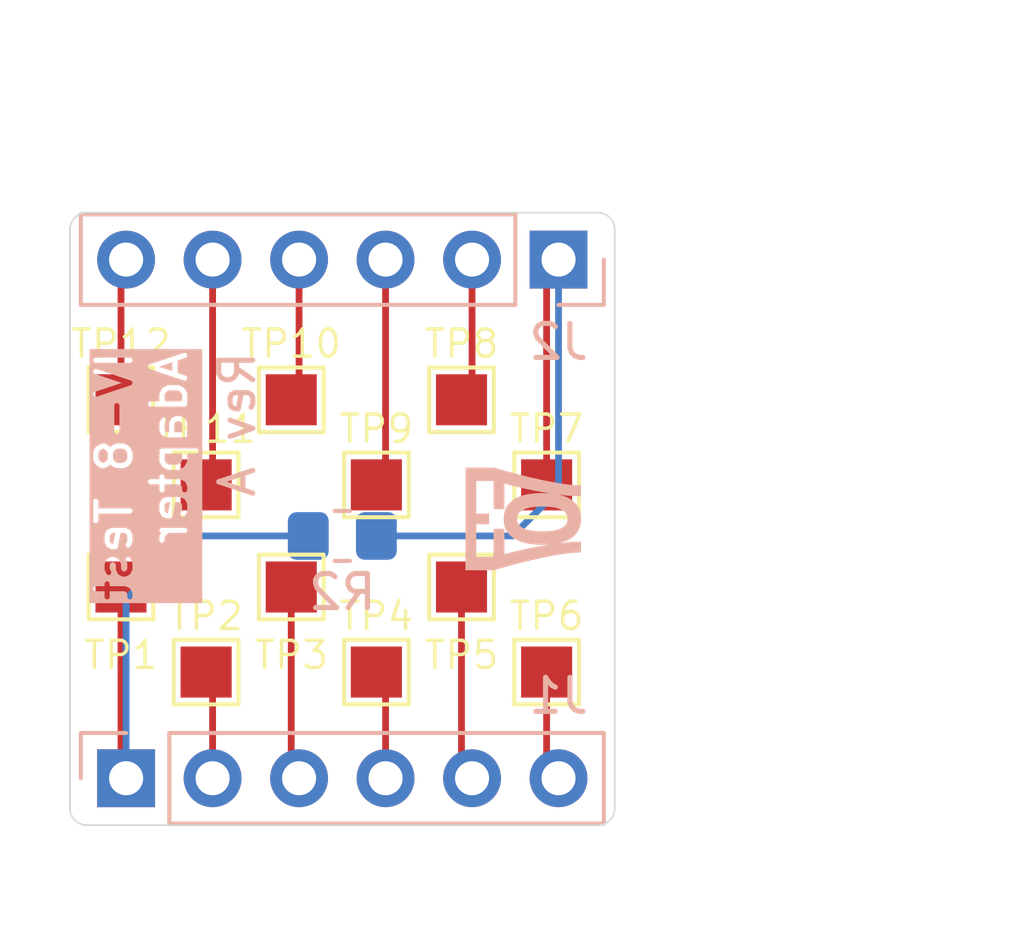
<source format=kicad_pcb>
(kicad_pcb (version 20240108) (generator "pcbnew") (generator_version "8.0")
  (layers (0 "F.Cu" signal) (31 "B.Cu" signal) (34 "B.Paste" user) (35 "F.Paste" user) (36 "B.SilkS" user "B.Silkscreen") (37 "F.SilkS" user "F.Silkscreen") (38 "B.Mask" user) (39 "F.Mask" user) (44 "Edge.Cuts" user))
  (net 0 "")
  (net 1 "Net-(J2-Pin_6)")
  (net 2 "Net-(J2-Pin_4)")
  (net 3 "Net-(J1-Pin_5)")
  (net 4 "Net-(J1-Pin_4)")
  (net 5 "Net-(J2-Pin_2)")
  (net 6 "Net-(J1-Pin_6)")
  (net 7 "Net-(J1-Pin_3)")
  (net 8 "Net-(J1-Pin_2)")
  (net 9 "Net-(J2-Pin_5)")
  (net 10 "Net-(J1-Pin_1)")
  (net 11 "Net-(J2-Pin_3)")
  (net 12 "Net-(J2-Pin_1)")
  (footprint "TestPoint:TestPoint_Pad_1.5x1.5mm" (layer "F.Cu") (at 143.25 92.75)
    (property "Reference" "TP4" (at 0 -1.648 0) (layer "F.SilkS") (effects (font (size 0.8 0.8) (thickness 0.1))))
    (property "Value" "TestPoint")
    (fp_line (start -0.95 -0.95) (end 0.95 -0.95) (stroke (width 0.12)) (layer "F.SilkS"))
    (fp_line (start -0.95 0.95) (end -0.95 -0.95) (stroke (width 0.12)) (layer "F.SilkS"))
    (fp_line (start 0.95 -0.95) (end 0.95 0.95) (stroke (width 0.12)) (layer "F.SilkS"))
    (fp_line (start 0.95 0.95) (end -0.95 0.95) (stroke (width 0.12)) (layer "F.SilkS"))
    (pad "1" smd rect (at 0 0) (size 1.5 1.5) (layers "F.Cu" "F.Mask") (net 4 "Net-(J1-Pin_4)"))
  )
  (footprint "TestPoint:TestPoint_Pad_1.5x1.5mm" (layer "F.Cu") (at 140.75 90.25)
    (property "Reference" "TP3" (at 0 2 0) (layer "F.SilkS") (effects (font (size 0.8 0.8) (thickness 0.1))))
    (property "Value" "TestPoint")
    (fp_line (start -0.95 -0.95) (end 0.95 -0.95) (stroke (width 0.12)) (layer "F.SilkS"))
    (fp_line (start -0.95 0.95) (end -0.95 -0.95) (stroke (width 0.12)) (layer "F.SilkS"))
    (fp_line (start 0.95 -0.95) (end 0.95 0.95) (stroke (width 0.12)) (layer "F.SilkS"))
    (fp_line (start 0.95 0.95) (end -0.95 0.95) (stroke (width 0.12)) (layer "F.SilkS"))
    (pad "1" smd rect (at 0 0) (size 1.5 1.5) (layers "F.Cu" "F.Mask") (net 7 "Net-(J1-Pin_3)"))
  )
  (footprint "TestPoint:TestPoint_Pad_1.5x1.5mm" (layer "F.Cu") (at 138.25 92.75)
    (property "Reference" "TP2" (at 0 -1.648 0) (layer "F.SilkS") (effects (font (size 0.8 0.8) (thickness 0.1))))
    (property "Value" "TestPoint")
    (fp_line (start -0.95 -0.95) (end 0.95 -0.95) (stroke (width 0.12)) (layer "F.SilkS"))
    (fp_line (start -0.95 0.95) (end -0.95 -0.95) (stroke (width 0.12)) (layer "F.SilkS"))
    (fp_line (start 0.95 -0.95) (end 0.95 0.95) (stroke (width 0.12)) (layer "F.SilkS"))
    (fp_line (start 0.95 0.95) (end -0.95 0.95) (stroke (width 0.12)) (layer "F.SilkS"))
    (pad "1" smd rect (at 0 0) (size 1.5 1.5) (layers "F.Cu" "F.Mask") (net 8 "Net-(J1-Pin_2)"))
  )
  (footprint "TestPoint:TestPoint_Pad_1.5x1.5mm" (layer "F.Cu") (at 145.75 90.25)
    (property "Reference" "TP5" (at 0 2 0) (layer "F.SilkS") (effects (font (size 0.8 0.8) (thickness 0.1))))
    (property "Value" "TestPoint")
    (fp_line (start -0.95 -0.95) (end 0.95 -0.95) (stroke (width 0.12)) (layer "F.SilkS"))
    (fp_line (start -0.95 0.95) (end -0.95 -0.95) (stroke (width 0.12)) (layer "F.SilkS"))
    (fp_line (start 0.95 -0.95) (end 0.95 0.95) (stroke (width 0.12)) (layer "F.SilkS"))
    (fp_line (start 0.95 0.95) (end -0.95 0.95) (stroke (width 0.12)) (layer "F.SilkS"))
    (pad "1" smd rect (at 0 0) (size 1.5 1.5) (layers "F.Cu" "F.Mask") (net 3 "Net-(J1-Pin_5)"))
  )
  (footprint "TestPoint:TestPoint_Pad_1.5x1.5mm" (layer "F.Cu") (at 135.75 84.75)
    (property "Reference" "TP12" (at 0 -1.648 0) (layer "F.SilkS") (effects (font (size 0.8 0.8) (thickness 0.1))))
    (property "Value" "TestPoint")
    (fp_line (start -0.95 -0.95) (end 0.95 -0.95) (stroke (width 0.12)) (layer "F.SilkS"))
    (fp_line (start -0.95 0.95) (end -0.95 -0.95) (stroke (width 0.12)) (layer "F.SilkS"))
    (fp_line (start 0.95 -0.95) (end 0.95 0.95) (stroke (width 0.12)) (layer "F.SilkS"))
    (fp_line (start 0.95 0.95) (end -0.95 0.95) (stroke (width 0.12)) (layer "F.SilkS"))
    (pad "1" smd rect (at 0 0) (size 1.5 1.5) (layers "F.Cu" "F.Mask") (net 1 "Net-(J2-Pin_6)"))
  )
  (footprint "TestPoint:TestPoint_Pad_1.5x1.5mm" (layer "F.Cu") (at 138.25 87.25)
    (property "Reference" "TP11" (at 0 -1.648 0) (layer "F.SilkS") (effects (font (size 0.8 0.8) (thickness 0.1))))
    (property "Value" "TestPoint")
    (fp_line (start -0.95 -0.95) (end 0.95 -0.95) (stroke (width 0.12)) (layer "F.SilkS"))
    (fp_line (start -0.95 0.95) (end -0.95 -0.95) (stroke (width 0.12)) (layer "F.SilkS"))
    (fp_line (start 0.95 -0.95) (end 0.95 0.95) (stroke (width 0.12)) (layer "F.SilkS"))
    (fp_line (start 0.95 0.95) (end -0.95 0.95) (stroke (width 0.12)) (layer "F.SilkS"))
    (pad "1" smd rect (at 0 0) (size 1.5 1.5) (layers "F.Cu" "F.Mask") (net 9 "Net-(J2-Pin_5)"))
  )
  (footprint "TestPoint:TestPoint_Pad_1.5x1.5mm" (layer "F.Cu") (at 145.75 84.75)
    (property "Reference" "TP8" (at 0 -1.648 0) (layer "F.SilkS") (effects (font (size 0.8 0.8) (thickness 0.1))))
    (property "Value" "TestPoint")
    (fp_line (start -0.95 -0.95) (end 0.95 -0.95) (stroke (width 0.12)) (layer "F.SilkS"))
    (fp_line (start -0.95 0.95) (end -0.95 -0.95) (stroke (width 0.12)) (layer "F.SilkS"))
    (fp_line (start 0.95 -0.95) (end 0.95 0.95) (stroke (width 0.12)) (layer "F.SilkS"))
    (fp_line (start 0.95 0.95) (end -0.95 0.95) (stroke (width 0.12)) (layer "F.SilkS"))
    (pad "1" smd rect (at 0 0) (size 1.5 1.5) (layers "F.Cu" "F.Mask") (net 5 "Net-(J2-Pin_2)"))
  )
  (footprint "TestPoint:TestPoint_Pad_1.5x1.5mm" (layer "F.Cu") (at 148.25 92.75)
    (property "Reference" "TP6" (at 0 -1.648 0) (layer "F.SilkS") (effects (font (size 0.8 0.8) (thickness 0.1))))
    (property "Value" "TestPoint")
    (fp_line (start -0.95 -0.95) (end 0.95 -0.95) (stroke (width 0.12)) (layer "F.SilkS"))
    (fp_line (start -0.95 0.95) (end -0.95 -0.95) (stroke (width 0.12)) (layer "F.SilkS"))
    (fp_line (start 0.95 -0.95) (end 0.95 0.95) (stroke (width 0.12)) (layer "F.SilkS"))
    (fp_line (start 0.95 0.95) (end -0.95 0.95) (stroke (width 0.12)) (layer "F.SilkS"))
    (pad "1" smd rect (at 0 0) (size 1.5 1.5) (layers "F.Cu" "F.Mask") (net 6 "Net-(J1-Pin_6)"))
  )
  (footprint "TestPoint:TestPoint_Pad_1.5x1.5mm" (layer "F.Cu") (at 135.75 90.25)
    (property "Reference" "TP1" (at 0 2 0) (layer "F.SilkS") (effects (font (size 0.8 0.8) (thickness 0.1))))
    (property "Value" "TestPoint")
    (fp_line (start -0.95 -0.95) (end 0.95 -0.95) (stroke (width 0.12)) (layer "F.SilkS"))
    (fp_line (start -0.95 0.95) (end -0.95 -0.95) (stroke (width 0.12)) (layer "F.SilkS"))
    (fp_line (start 0.95 -0.95) (end 0.95 0.95) (stroke (width 0.12)) (layer "F.SilkS"))
    (fp_line (start 0.95 0.95) (end -0.95 0.95) (stroke (width 0.12)) (layer "F.SilkS"))
    (pad "1" smd rect (at 0 0) (size 1.5 1.5) (layers "F.Cu" "F.Mask") (net 10 "Net-(J1-Pin_1)"))
  )
  (footprint "TestPoint:TestPoint_Pad_1.5x1.5mm" (layer "F.Cu") (at 140.75 84.75)
    (property "Reference" "TP10" (at 0 -1.648 0) (layer "F.SilkS") (effects (font (size 0.8 0.8) (thickness 0.1))))
    (property "Value" "TestPoint")
    (fp_line (start -0.95 -0.95) (end 0.95 -0.95) (stroke (width 0.12)) (layer "F.SilkS"))
    (fp_line (start -0.95 0.95) (end -0.95 -0.95) (stroke (width 0.12)) (layer "F.SilkS"))
    (fp_line (start 0.95 -0.95) (end 0.95 0.95) (stroke (width 0.12)) (layer "F.SilkS"))
    (fp_line (start 0.95 0.95) (end -0.95 0.95) (stroke (width 0.12)) (layer "F.SilkS"))
    (pad "1" smd rect (at 0 0) (size 1.5 1.5) (layers "F.Cu" "F.Mask") (net 2 "Net-(J2-Pin_4)"))
  )
  (footprint "TestPoint:TestPoint_Pad_1.5x1.5mm" (layer "F.Cu") (at 143.25 87.25)
    (property "Reference" "TP9" (at 0 -1.648 0) (layer "F.SilkS") (effects (font (size 0.8 0.8) (thickness 0.1))))
    (property "Value" "TestPoint")
    (fp_line (start -0.95 -0.95) (end 0.95 -0.95) (stroke (width 0.12)) (layer "F.SilkS"))
    (fp_line (start -0.95 0.95) (end -0.95 -0.95) (stroke (width 0.12)) (layer "F.SilkS"))
    (fp_line (start 0.95 -0.95) (end 0.95 0.95) (stroke (width 0.12)) (layer "F.SilkS"))
    (fp_line (start 0.95 0.95) (end -0.95 0.95) (stroke (width 0.12)) (layer "F.SilkS"))
    (pad "1" smd rect (at 0 0) (size 1.5 1.5) (layers "F.Cu" "F.Mask") (net 11 "Net-(J2-Pin_3)"))
  )
  (footprint "TestPoint:TestPoint_Pad_1.5x1.5mm" (layer "F.Cu") (at 148.25 87.25)
    (property "Reference" "TP7" (at 0 -1.648 0) (layer "F.SilkS") (effects (font (size 0.8 0.8) (thickness 0.1))))
    (property "Value" "TestPoint")
    (fp_line (start -0.95 -0.95) (end 0.95 -0.95) (stroke (width 0.12)) (layer "F.SilkS"))
    (fp_line (start -0.95 0.95) (end -0.95 -0.95) (stroke (width 0.12)) (layer "F.SilkS"))
    (fp_line (start 0.95 -0.95) (end 0.95 0.95) (stroke (width 0.12)) (layer "F.SilkS"))
    (fp_line (start 0.95 0.95) (end -0.95 0.95) (stroke (width 0.12)) (layer "F.SilkS"))
    (pad "1" smd rect (at 0 0) (size 1.5 1.5) (layers "F.Cu" "F.Mask") (net 12 "Net-(J2-Pin_1)"))
  )
  (footprint "Resistor_SMD:R_0805_2012Metric_Pad1.20x1.40mm_HandSolder" (layer "B.Cu") (at 142.25 88.75)
    (property "Reference" "R2" (at 0 1.65 0) (layer "B.SilkS") (effects (justify mirror)))
    (property "Value" "5")
    (fp_line (start 0.227064 -0.735) (end -0.227064 -0.735) (stroke (width 0.12)) (layer "B.SilkS"))
    (fp_line (start 0.227064 0.735) (end -0.227064 0.735) (stroke (width 0.12)) (layer "B.SilkS"))
    (pad "1" smd roundrect (at -1 0) (size 1.2 1.4) (layers "B.Cu" "B.Paste" "B.Mask") (roundrect_rratio 0.208333) (net 10 "Net-(J1-Pin_1)"))
    (pad "2" smd roundrect (at 1 0) (size 1.2 1.4) (layers "B.Cu" "B.Paste" "B.Mask") (roundrect_rratio 0.208333) (net 12 "Net-(J2-Pin_1)"))
  )
  (footprint "Connector_PinHeader_2.54mm:PinHeader_1x06_P2.54mm_Vertical" (layer "B.Cu") (at 148.6 80.63 90)
    (property "Reference" "J2" (at -2.42 0 0) (layer "B.SilkS") (effects (justify mirror)))
    (property "Value" "Conn_01x06")
    (fp_line (start 1.33 -14.03) (end -1.33 -14.03) (stroke (width 0.12)) (layer "B.SilkS"))
    (fp_line (start 1.33 -14.03) (end 1.33 -1.27) (stroke (width 0.12)) (layer "B.SilkS"))
    (fp_line (start -1.33 -14.03) (end -1.33 -1.27) (stroke (width 0.12)) (layer "B.SilkS"))
    (fp_line (start 1.33 -1.27) (end -1.33 -1.27) (stroke (width 0.12)) (layer "B.SilkS"))
    (fp_line (start 0 1.33) (end -1.33 1.33) (stroke (width 0.12)) (layer "B.SilkS"))
    (fp_line (start -1.33 1.33) (end -1.33 0) (stroke (width 0.12)) (layer "B.SilkS"))
    (pad "1" thru_hole rect (at 0 0 90) (size 1.7 1.7) (drill 1) (layers "*.Cu" "*.Mask") (net 12 "Net-(J2-Pin_1)"))
    (pad "2" thru_hole oval (at 0 -2.54 90) (size 1.7 1.7) (drill 1) (layers "*.Cu" "*.Mask") (net 5 "Net-(J2-Pin_2)"))
    (pad "3" thru_hole oval (at 0 -5.08 90) (size 1.7 1.7) (drill 1) (layers "*.Cu" "*.Mask") (net 11 "Net-(J2-Pin_3)"))
    (pad "4" thru_hole oval (at 0 -7.62 90) (size 1.7 1.7) (drill 1) (layers "*.Cu" "*.Mask") (net 2 "Net-(J2-Pin_4)"))
    (pad "5" thru_hole oval (at 0 -10.16 90) (size 1.7 1.7) (drill 1) (layers "*.Cu" "*.Mask") (net 9 "Net-(J2-Pin_5)"))
    (pad "6" thru_hole oval (at 0 -12.7 90) (size 1.7 1.7) (drill 1) (layers "*.Cu" "*.Mask") (net 1 "Net-(J2-Pin_6)"))
  )
  (footprint "Connector_PinHeader_2.54mm:PinHeader_1x06_P2.54mm_Vertical" (layer "B.Cu") (at 135.9 95.87 -90)
    (property "Reference" "J1" (at -2.42 -12.7 180) (layer "B.SilkS") (effects (justify mirror)))
    (property "Value" "Conn_01x06")
    (fp_line (start -1.33 1.33) (end -1.33 0) (stroke (width 0.12)) (layer "B.SilkS"))
    (fp_line (start 0 1.33) (end -1.33 1.33) (stroke (width 0.12)) (layer "B.SilkS"))
    (fp_line (start 1.33 -1.27) (end -1.33 -1.27) (stroke (width 0.12)) (layer "B.SilkS"))
    (fp_line (start -1.33 -14.03) (end -1.33 -1.27) (stroke (width 0.12)) (layer "B.SilkS"))
    (fp_line (start 1.33 -14.03) (end 1.33 -1.27) (stroke (width 0.12)) (layer "B.SilkS"))
    (fp_line (start 1.33 -14.03) (end -1.33 -14.03) (stroke (width 0.12)) (layer "B.SilkS"))
    (pad "1" thru_hole rect (at 0 0 270) (size 1.7 1.7) (drill 1) (layers "*.Cu" "*.Mask") (net 10 "Net-(J1-Pin_1)"))
    (pad "2" thru_hole oval (at 0 -2.54 270) (size 1.7 1.7) (drill 1) (layers "*.Cu" "*.Mask") (net 8 "Net-(J1-Pin_2)"))
    (pad "3" thru_hole oval (at 0 -5.08 270) (size 1.7 1.7) (drill 1) (layers "*.Cu" "*.Mask") (net 7 "Net-(J1-Pin_3)"))
    (pad "4" thru_hole oval (at 0 -7.62 270) (size 1.7 1.7) (drill 1) (layers "*.Cu" "*.Mask") (net 4 "Net-(J1-Pin_4)"))
    (pad "5" thru_hole oval (at 0 -10.16 270) (size 1.7 1.7) (drill 1) (layers "*.Cu" "*.Mask") (net 3 "Net-(J1-Pin_5)"))
    (pad "6" thru_hole oval (at 0 -12.7 270) (size 1.7 1.7) (drill 1) (layers "*.Cu" "*.Mask") (net 6 "Net-(J1-Pin_6)"))
  )
  (gr_poly (pts (xy 146.699983 86.750015) (xy 147.087873 86.863688) (xy 147.407942 86.949089) (xy 147.778107 87.040643) (xy 148.172883 87.128681) (xy 148.566779 87.203536) (xy 148.755433 87.232998) (xy 148.934309 87.255539) (xy 149.100221 87.269949) (xy 149.249983 87.275021) (xy 149.249983 87.575003) (xy 149.10359 87.571615) (xy 148.9472 87.561965) (xy 148.783121 87.546822) (xy 148.613658 87.526954) (xy 148.441119 87.50313) (xy 148.267811 87.476121) (xy 147.928118 87.41562) (xy 147.613034 87.351603) (xy 147.341016 87.290224) (xy 147.13052 87.237634) (xy 147.000003 87.199987) (xy 147.000003 87.950019) (xy 146.699983 87.950019) (xy 146.699983 87.124992) (xy 146.174997 87.125002) (xy 146.174997 88.100002) (xy 146.549997 88.100002) (xy 146.549997 88.400002) (xy 146.174997 88.400002) (xy 146.174997 89.375002) (xy 146.699983 89.375009) (xy 146.699983 88.550021) (xy 147.000003 88.550021) (xy 147.000003 89.300014) (xy 147.13052 89.262366) (xy 147.341016 89.209777) (xy 147.613034 89.148397) (xy 147.928118 89.084381) (xy 148.267811 89.02388) (xy 148.613657 88.973047) (xy 148.78312 88.953179) (xy 148.9472 88.938036) (xy 149.10359 88.928386) (xy 149.249983 88.924998) (xy 149.249983 89.225018) (xy 149.100221 89.23009) (xy 148.934309 89.244499) (xy 148.755433 89.267038) (xy 148.566779 89.296498) (xy 148.371534 89.33167) (xy 148.172883 89.371346) (xy 147.778107 89.459377) (xy 147.407942 89.550924) (xy 147.087873 89.636319) (xy 146.843391 89.705896) (xy 146.699983 89.749986) (xy 145.874997 89.750002) (xy 145.874997 86.750003)) (stroke (width 0.019874)) (fill solid) (layer "B.SilkS"))
  (gr_poly (pts (xy 147.00218 88.174708) (xy 147.007399 88.125086) (xy 147.017562 88.069533) (xy 147.034317 88.009584) (xy 147.059312 87.94678) (xy 147.075414 87.914787) (xy 147.094194 87.882657) (xy 147.115858 87.850582) (xy 147.140612 87.818754) (xy 147.168662 87.787365) (xy 147.200214 87.756608) (xy 147.235473 87.726676) (xy 147.274647 87.697759) (xy 147.31794 87.670051) (xy 147.365559 87.643743) (xy 147.41771 87.619029) (xy 147.474599 87.5961) (xy 147.536432 87.575148) (xy 147.603414 87.556366) (xy 147.675753 87.539947) (xy 147.753653 87.526081) (xy 147.837321 87.514962) (xy 147.926962 87.506782) (xy 148.022784 87.501733) (xy 148.124991 87.500007) (xy 148.227198 87.501733) (xy 148.32302 87.506782) (xy 148.412661 87.514962) (xy 148.496329 87.526081) (xy 148.574229 87.539947) (xy 148.646568 87.556367) (xy 148.71355 87.575148) (xy 148.775383 87.5961) (xy 148.832272 87.619029) (xy 148.884423 87.643743) (xy 148.932042 87.670051) (xy 148.975336 87.697759) (xy 149.014509 87.726676) (xy 149.049769 87.756608) (xy 149.081321 87.787365) (xy 149.109371 87.818754) (xy 149.134125 87.850582) (xy 149.155789 87.882657) (xy 149.174569 87.914787) (xy 149.190671 87.94678) (xy 149.204301 87.978443) (xy 149.215666 88.009584) (xy 149.22497 88.040012) (xy 149.232421 88.069532) (xy 149.242584 88.125086) (xy 149.247802 88.174707) (xy 149.25 88.25) (xy 149.247802 88.325293) (xy 149.242584 88.374914) (xy 149.232421 88.430468) (xy 149.215666 88.490416) (xy 149.190671 88.553221) (xy 149.174569 88.585213) (xy 149.155789 88.617344) (xy 149.134125 88.649419) (xy 149.109371 88.681247) (xy 149.081321 88.712635) (xy 149.049769 88.743392) (xy 149.014509 88.773325) (xy 148.975336 88.802242) (xy 148.932042 88.82995) (xy 148.884423 88.856257) (xy 148.832272 88.880971) (xy 148.775383 88.903901) (xy 148.71355 88.924852) (xy 148.646568 88.943634) (xy 148.574229 88.960054) (xy 148.496329 88.973919) (xy 148.412661 88.985038) (xy 148.32302 88.993218) (xy 148.227198 88.998267) (xy 148.124991 88.999993) (xy 148.124991 88.625016) (xy 148.193129 88.624153) (xy 148.25701 88.621628) (xy 148.316771 88.617538) (xy 148.372549 88.611978) (xy 148.424482 88.605045) (xy 148.472708 88.596835) (xy 148.517362 88.587443) (xy 148.558584 88.576967) (xy 148.596509 88.565501) (xy 148.631276 88.553144) (xy 148.663022 88.539989) (xy 148.691883 88.526134) (xy 148.717998 88.511675) (xy 148.741504 88.496708) (xy 148.762538 88.481328) (xy 148.781238 88.465633) (xy 148.79774 88.449718) (xy 148.812182 88.43368) (xy 148.824701 88.417614) (xy 148.835436 88.401617) (xy 148.844522 88.385784) (xy 148.852098 88.370213) (xy 148.8583 88.354998) (xy 148.863266 88.340237) (xy 148.867134 88.326025) (xy 148.870041 88.312459) (xy 148.87352 88.287647) (xy 148.874801 88.266571) (xy 148.874984 88.25) (xy 148.87352 88.212353) (xy 148.870041 88.187541) (xy 148.863266 88.159763) (xy 148.852098 88.129788) (xy 148.835436 88.098384) (xy 148.812182 88.066321) (xy 148.79774 88.050282) (xy 148.781238 88.034367) (xy 148.762538 88.018672) (xy 148.741504 88.003293) (xy 148.717998 87.988325) (xy 148.691883 87.973866) (xy 148.663022 87.960011) (xy 148.631276 87.946857) (xy 148.596509 87.934499) (xy 148.558584 87.923034) (xy 148.517362 87.912557) (xy 148.472708 87.903166) (xy 148.424482 87.894955) (xy 148.372549 87.888022) (xy 148.316771 87.882462) (xy 148.25701 87.878372) (xy 148.193129 87.875847) (xy 148.124991 87.874984) (xy 148.056853 87.875847) (xy 147.992972 87.878372) (xy 147.933211 87.882462) (xy 147.877433 87.888022) (xy 147.8255 87.894955) (xy 147.777274 87.903166) (xy 147.73262 87.912557) (xy 147.691398 87.923034) (xy 147.653473 87.934499) (xy 147.618706 87.946857) (xy 147.586961 87.960011) (xy 147.558099 87.973866) (xy 147.531984 87.988325) (xy 147.508478 88.003293) (xy 147.487444 88.018672) (xy 147.468745 88.034367) (xy 147.452243 88.050282) (xy 147.437801 88.06632) (xy 147.425281 88.082386) (xy 147.414547 88.098384) (xy 147.405461 88.114216) (xy 147.397885 88.129788) (xy 147.391682 88.145002) (xy 147.386716 88.159763) (xy 147.382848 88.173975) (xy 147.379942 88.187541) (xy 147.376463 88.212353) (xy 147.375182 88.233429) (xy 147.374999 88.25) (xy 147.376463 88.287647) (xy 147.379942 88.312459) (xy 147.386716 88.340237) (xy 147.397885 88.370213) (xy 147.414547 88.401617) (xy 147.437801 88.43368) (xy 147.452243 88.449718) (xy 147.468745 88.465633) (xy 147.487444 88.481328) (xy 147.508478 88.496708) (xy 147.531984 88.511675) (xy 147.558099 88.526134) (xy 147.586961 88.539989) (xy 147.618706 88.553144) (xy 147.653473 88.565501) (xy 147.691399 88.576967) (xy 147.73262 88.587443) (xy 147.777274 88.596835) (xy 147.8255 88.605045) (xy 147.877433 88.611978) (xy 147.933211 88.617538) (xy 147.992972 88.621628) (xy 148.056853 88.624153) (xy 148.124991 88.625016) (xy 148.124991 88.999993) (xy 148.022784 88.998267) (xy 147.926962 88.993218) (xy 147.837321 88.985038) (xy 147.753653 88.973919) (xy 147.675753 88.960054) (xy 147.603415 88.943634) (xy 147.536432 88.924852) (xy 147.474599 88.903901) (xy 147.417711 88.880971) (xy 147.36556 88.856257) (xy 147.31794 88.82995) (xy 147.274647 88.802241) (xy 147.235474 88.773325) (xy 147.200214 88.743392) (xy 147.168662 88.712635) (xy 147.140612 88.681247) (xy 147.115858 88.649419) (xy 147.094194 88.617343) (xy 147.075414 88.585213) (xy 147.059312 88.553221) (xy 147.045682 88.521557) (xy 147.034317 88.490416) (xy 147.025013 88.459989) (xy 147.017562 88.430468) (xy 147.007399 88.374914) (xy 147.00218 88.325293) (xy 146.999983 88.25)) (stroke (width 0.019874)) (fill solid) (layer "B.SilkS"))
  (gr_arc (start 134.75 97.25) (mid 134.396447 97.103553) (end 134.25 96.75) (stroke (width 0.05)) (layer "Edge.Cuts"))
  (gr_line (start 134.75 97.25) (end 149.75 97.25) (stroke (width 0.05)) (layer "Edge.Cuts"))
  (gr_line (start 150.25 96.75) (end 150.25 79.75) (stroke (width 0.05)) (layer "Edge.Cuts"))
  (gr_arc (start 149.75 79.25) (mid 150.103553 79.396447) (end 150.25 79.75) (stroke (width 0.05)) (layer "Edge.Cuts"))
  (gr_line (start 149.75 79.25) (end 134.75 79.25) (stroke (width 0.05)) (layer "Edge.Cuts"))
  (gr_arc (start 134.25 79.75) (mid 134.396447 79.396447) (end 134.75 79.25) (stroke (width 0.05)) (layer "Edge.Cuts"))
  (gr_line (start 134.25 79.75) (end 134.25 96.75) (stroke (width 0.05)) (layer "Edge.Cuts"))
  (gr_arc (start 150.25 96.75) (mid 150.103553 97.103553) (end 149.75 97.25) (stroke (width 0.05)) (layer "Edge.Cuts"))
  (gr_text "Rev A" (at 139.75 83.25 90) (layer "B.SilkS") (effects (font (size 1 1)) (justify left bottom mirror)))
  (gr_text "IV-8 Test\nAdapter" (at 137.75 83.25 90) (layer "B.SilkS" knockout) (effects (font (size 1 1)) (justify left bottom mirror)))
  (segment (start 135.75 80.78) (end 135.75 84.75) (width 0.2) (layer "F.Cu") (net 1))
  (segment (start 135.9 80.63) (end 135.75 80.78) (width 0.2) (layer "F.Cu") (net 1))
  (segment (start 140.98 84.52) (end 140.75 84.75) (width 0.2) (layer "F.Cu") (net 2))
  (segment (start 140.98 80.63) (end 140.98 84.52) (width 0.2) (layer "F.Cu") (net 2))
  (segment (start 141.056826 80.826826) (end 140.98 80.75) (width 0.2) (layer "F.Cu") (net 2))
  (segment (start 145.75 90.25) (end 145.75 95.56) (width 0.2) (layer "F.Cu") (net 3))
  (segment (start 145.75 95.56) (end 146.06 95.87) (width 0.2) (layer "F.Cu") (net 3))
  (segment (start 143.25 92.75) (end 143.52 93.02) (width 0.2) (layer "F.Cu") (net 4))
  (segment (start 143.52 93.02) (end 143.52 95.87) (width 0.2) (layer "F.Cu") (net 4))
  (segment (start 146.06 80.63) (end 146.06 84.44) (width 0.2) (layer "F.Cu") (net 5))
  (segment (start 146.06 84.44) (end 145.75 84.75) (width 0.2) (layer "F.Cu") (net 5))
  (segment (start 148.25 95.52) (end 148.6 95.87) (width 0.2) (layer "F.Cu") (net 6))
  (segment (start 148.25 92.75) (end 148.25 95.52) (width 0.2) (layer "F.Cu") (net 6))
  (segment (start 140.75 90.25) (end 140.75 95.64) (width 0.2) (layer "F.Cu") (net 7))
  (segment (start 140.75 95.64) (end 140.98 95.87) (width 0.2) (layer "F.Cu") (net 7))
  (segment (start 138.25 92.75) (end 138.44 92.94) (width 0.2) (layer "F.Cu") (net 8))
  (segment (start 138.44 92.94) (end 138.44 95.87) (width 0.2) (layer "F.Cu") (net 8))
  (segment (start 138.44 80.63) (end 138.44 87.06) (width 0.2) (layer "F.Cu") (net 9))
  (segment (start 138.44 87.06) (end 138.25 87.25) (width 0.2) (layer "F.Cu") (net 9))
  (segment (start 135.75 95.72) (end 135.9 95.87) (width 0.2) (layer "F.Cu") (net 10))
  (segment (start 135.75 90.25) (end 135.75 95.72) (width 0.2) (layer "F.Cu") (net 10))
  (segment (start 137.75 88.75) (end 135.9 90.6) (width 0.2) (layer "B.Cu") (net 10))
  (segment (start 141.25 88.75) (end 137.75 88.75) (width 0.2) (layer "B.Cu") (net 10))
  (segment (start 135.9 90.6) (end 135.9 95.87) (width 0.2) (layer "B.Cu") (net 10))
  (segment (start 143.443186 80.826814) (end 143.52 80.75) (width 0.2) (layer "F.Cu") (net 11))
  (segment (start 143.52 86.98) (end 143.52 80.63) (width 0.2) (layer "F.Cu") (net 11))
  (segment (start 143.25 87.25) (end 143.52 86.98) (width 0.2) (layer "F.Cu") (net 11))
  (segment (start 148.25 87.25) (end 148.25 80.98) (width 0.2) (layer "F.Cu") (net 12))
  (segment (start 148.25 80.98) (end 148.6 80.63) (width 0.2) (layer "F.Cu") (net 12))
  (segment (start 148.6 87.4) (end 148.6 80.63) (width 0.2) (layer "B.Cu") (net 12))
  (segment (start 143.25 88.75) (end 147.25 88.75) (width 0.2) (layer "B.Cu") (net 12))
  (segment (start 147.25 88.75) (end 148.6 87.4) (width 0.2) (layer "B.Cu") (net 12))
)
</source>
